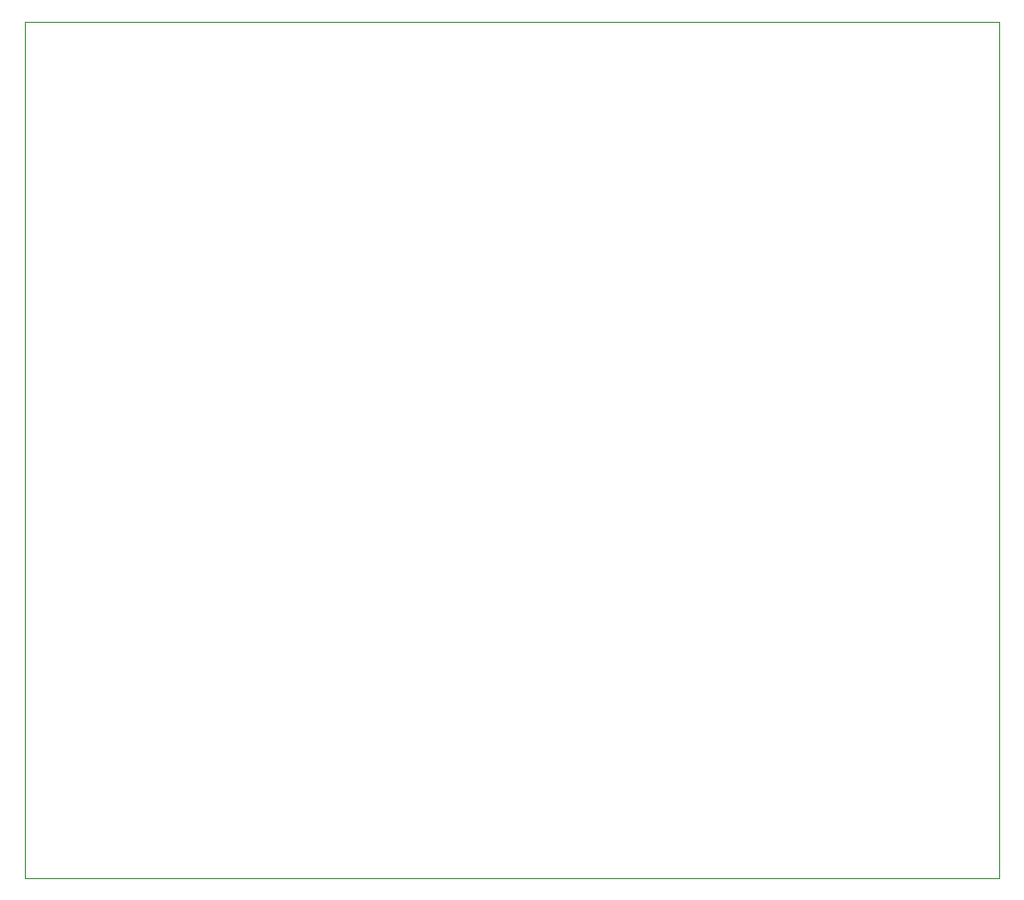
<source format=gbr>
%TF.GenerationSoftware,KiCad,Pcbnew,8.0.5*%
%TF.CreationDate,2024-11-07T20:07:23-06:00*%
%TF.ProjectId,LEDDashboard,4c454444-6173-4686-926f-6172642e6b69,rev?*%
%TF.SameCoordinates,Original*%
%TF.FileFunction,Profile,NP*%
%FSLAX46Y46*%
G04 Gerber Fmt 4.6, Leading zero omitted, Abs format (unit mm)*
G04 Created by KiCad (PCBNEW 8.0.5) date 2024-11-07 20:07:23*
%MOMM*%
%LPD*%
G01*
G04 APERTURE LIST*
%TA.AperFunction,Profile*%
%ADD10C,0.050000*%
%TD*%
G04 APERTURE END LIST*
D10*
X22500000Y-19500000D02*
X105500000Y-19500000D01*
X105500000Y-92500000D01*
X22500000Y-92500000D01*
X22500000Y-19500000D01*
M02*

</source>
